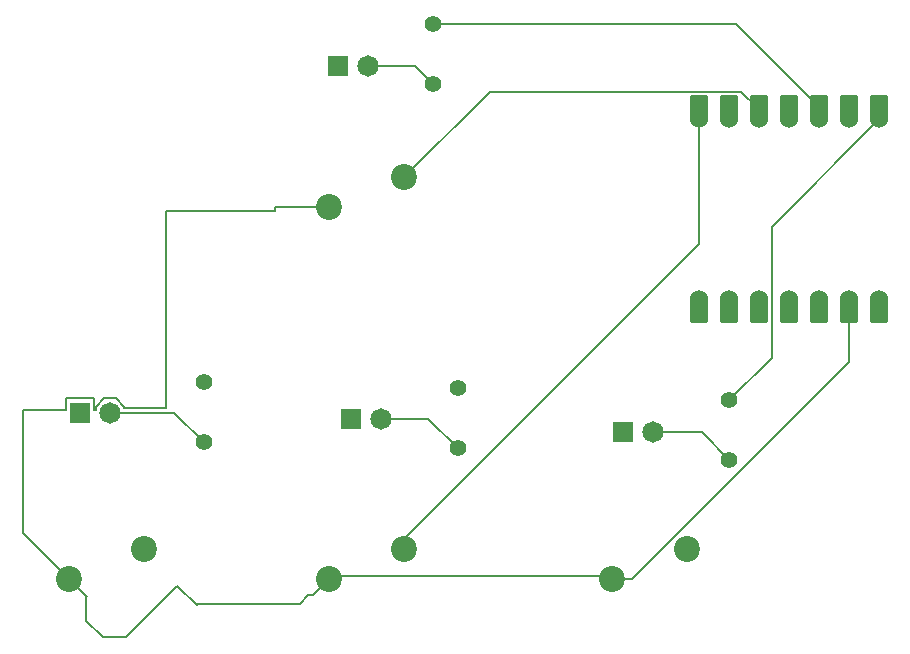
<source format=gbr>
%TF.GenerationSoftware,KiCad,Pcbnew,9.0.2*%
%TF.CreationDate,2025-07-18T16:21:06+05:30*%
%TF.ProjectId,xiao-pcb,7869616f-2d70-4636-922e-6b696361645f,rev?*%
%TF.SameCoordinates,Original*%
%TF.FileFunction,Copper,L1,Top*%
%TF.FilePolarity,Positive*%
%FSLAX46Y46*%
G04 Gerber Fmt 4.6, Leading zero omitted, Abs format (unit mm)*
G04 Created by KiCad (PCBNEW 9.0.2) date 2025-07-18 16:21:06*
%MOMM*%
%LPD*%
G01*
G04 APERTURE LIST*
G04 Aperture macros list*
%AMRoundRect*
0 Rectangle with rounded corners*
0 $1 Rounding radius*
0 $2 $3 $4 $5 $6 $7 $8 $9 X,Y pos of 4 corners*
0 Add a 4 corners polygon primitive as box body*
4,1,4,$2,$3,$4,$5,$6,$7,$8,$9,$2,$3,0*
0 Add four circle primitives for the rounded corners*
1,1,$1+$1,$2,$3*
1,1,$1+$1,$4,$5*
1,1,$1+$1,$6,$7*
1,1,$1+$1,$8,$9*
0 Add four rect primitives between the rounded corners*
20,1,$1+$1,$2,$3,$4,$5,0*
20,1,$1+$1,$4,$5,$6,$7,0*
20,1,$1+$1,$6,$7,$8,$9,0*
20,1,$1+$1,$8,$9,$2,$3,0*%
G04 Aperture macros list end*
%TA.AperFunction,ComponentPad*%
%ADD10C,2.200000*%
%TD*%
%TA.AperFunction,ComponentPad*%
%ADD11C,1.400000*%
%TD*%
%TA.AperFunction,SMDPad,CuDef*%
%ADD12RoundRect,0.152400X0.609600X-1.063600X0.609600X1.063600X-0.609600X1.063600X-0.609600X-1.063600X0*%
%TD*%
%TA.AperFunction,ComponentPad*%
%ADD13C,1.524000*%
%TD*%
%TA.AperFunction,SMDPad,CuDef*%
%ADD14RoundRect,0.152400X-0.609600X1.063600X-0.609600X-1.063600X0.609600X-1.063600X0.609600X1.063600X0*%
%TD*%
%TA.AperFunction,ComponentPad*%
%ADD15C,1.815000*%
%TD*%
%TA.AperFunction,ComponentPad*%
%ADD16R,1.815000X1.815000*%
%TD*%
%TA.AperFunction,Conductor*%
%ADD17C,0.200000*%
%TD*%
G04 APERTURE END LIST*
D10*
%TO.P,SW3,1,1*%
%TO.N,sw3*%
X87060000Y-127420000D03*
%TO.P,SW3,2,2*%
%TO.N,GND*%
X80710000Y-129960000D03*
%TD*%
%TO.P,SW2,1,1*%
%TO.N,sw2*%
X65060000Y-127420000D03*
%TO.P,SW2,2,2*%
%TO.N,GND*%
X58710000Y-129960000D03*
%TD*%
D11*
%TO.P,R1,1*%
%TO.N,Net-(D1-PadA)*%
X114615000Y-119842447D03*
%TO.P,R1,2*%
%TO.N,led1*%
X114615000Y-114762447D03*
%TD*%
D12*
%TO.P,U1,1,GPIO26/ADC0/A0*%
%TO.N,led1*%
X127300000Y-90165000D03*
D13*
X127300000Y-91000000D03*
D12*
%TO.P,U1,2,GPIO27/ADC1/A1*%
%TO.N,led2*%
X124760000Y-90165000D03*
D13*
X124760000Y-91000000D03*
D12*
%TO.P,U1,3,GPIO28/ADC2/A2*%
%TO.N,led3*%
X122220000Y-90165000D03*
D13*
X122220000Y-91000000D03*
D12*
%TO.P,U1,4,GPIO29/ADC3/A3*%
%TO.N,led4*%
X119680000Y-90165000D03*
D13*
X119680000Y-91000000D03*
D12*
%TO.P,U1,5,GPIO6/SDA*%
%TO.N,s1*%
X117140000Y-90165000D03*
D13*
X117140000Y-91000000D03*
D12*
%TO.P,U1,6,GPIO7/SCL*%
%TO.N,sw2*%
X114600000Y-90165000D03*
D13*
X114600000Y-91000000D03*
D12*
%TO.P,U1,7,GPIO0/TX*%
%TO.N,sw3*%
X112060000Y-90165000D03*
D13*
X112060000Y-91000000D03*
%TO.P,U1,8,GPIO1/RX*%
%TO.N,sw4*%
X112060000Y-106240000D03*
D14*
X112060000Y-107075000D03*
D13*
%TO.P,U1,9,GPIO2/SCK*%
%TO.N,unconnected-(U1-GPIO2{slash}SCK-Pad9)*%
X114600000Y-106240000D03*
D14*
X114600000Y-107075000D03*
D13*
%TO.P,U1,10,GPIO4/MISO*%
%TO.N,unconnected-(U1-GPIO4{slash}MISO-Pad10)*%
X117140000Y-106240000D03*
D14*
X117140000Y-107075000D03*
D13*
%TO.P,U1,11,GPIO3/MOSI*%
%TO.N,unconnected-(U1-GPIO3{slash}MOSI-Pad11)*%
X119680000Y-106240000D03*
D14*
X119680000Y-107075000D03*
D13*
%TO.P,U1,12,3V3*%
%TO.N,unconnected-(U1-3V3-Pad12)*%
X122220000Y-106240000D03*
D14*
X122220000Y-107075000D03*
D13*
%TO.P,U1,13,GND*%
%TO.N,GND*%
X124760000Y-106240000D03*
D14*
X124760000Y-107075000D03*
D13*
%TO.P,U1,14,VBUS*%
%TO.N,unconnected-(U1-VBUS-Pad14)*%
X127300000Y-106240000D03*
D14*
X127300000Y-107075000D03*
%TD*%
D11*
%TO.P,R2,1*%
%TO.N,Net-(D2-PadA)*%
X91615000Y-118842447D03*
%TO.P,R2,2*%
%TO.N,led2*%
X91615000Y-113762447D03*
%TD*%
D10*
%TO.P,SW4,1,1*%
%TO.N,sw4*%
X111060000Y-127420000D03*
%TO.P,SW4,2,2*%
%TO.N,GND*%
X104710000Y-129960000D03*
%TD*%
D11*
%TO.P,R4,1*%
%TO.N,Net-(D4-PadA)*%
X70115000Y-118342447D03*
%TO.P,R4,2*%
%TO.N,led4*%
X70115000Y-113262447D03*
%TD*%
D10*
%TO.P,SW1,1,1*%
%TO.N,s1*%
X87040000Y-95920000D03*
%TO.P,SW1,2,2*%
%TO.N,GND*%
X80690000Y-98460000D03*
%TD*%
D15*
%TO.P,D2,A*%
%TO.N,Net-(D2-PadA)*%
X85115000Y-116342447D03*
D16*
%TO.P,D2,C*%
%TO.N,unconnected-(D2-PadC)*%
X82575000Y-116342447D03*
%TD*%
D15*
%TO.P,D4,A*%
%TO.N,Net-(D4-PadA)*%
X62195000Y-115842447D03*
D16*
%TO.P,D4,C*%
%TO.N,unconnected-(D4-PadC)*%
X59655000Y-115842447D03*
%TD*%
D11*
%TO.P,R3,1*%
%TO.N,Net-(D3-PadA)*%
X89500000Y-88000000D03*
%TO.P,R3,2*%
%TO.N,led3*%
X89500000Y-82920000D03*
%TD*%
D15*
%TO.P,D3,A*%
%TO.N,Net-(D3-PadA)*%
X84000000Y-86500000D03*
D16*
%TO.P,D3,C*%
%TO.N,unconnected-(D3-PadC)*%
X81460000Y-86500000D03*
%TD*%
D15*
%TO.P,D1,A*%
%TO.N,Net-(D1-PadA)*%
X108140000Y-117500000D03*
D16*
%TO.P,D1,C*%
%TO.N,unconnected-(D1-PadC)*%
X105600000Y-117500000D03*
%TD*%
D17*
%TO.N,Net-(D1-PadA)*%
X112272553Y-117500000D02*
X114615000Y-119842447D01*
X108140000Y-117500000D02*
X112272553Y-117500000D01*
%TO.N,led1*%
X118203000Y-111174447D02*
X118203000Y-100097000D01*
X114615000Y-114762447D02*
X118203000Y-111174447D01*
X118203000Y-100097000D02*
X127300000Y-91000000D01*
%TO.N,Net-(D2-PadA)*%
X89115000Y-116342447D02*
X91615000Y-118842447D01*
X85115000Y-116342447D02*
X89115000Y-116342447D01*
%TO.N,Net-(D3-PadA)*%
X88000000Y-86500000D02*
X89500000Y-88000000D01*
X84000000Y-86500000D02*
X88000000Y-86500000D01*
%TO.N,led3*%
X122220000Y-89922370D02*
X122220000Y-91000000D01*
X115217630Y-82920000D02*
X122220000Y-89922370D01*
X89500000Y-82920000D02*
X115217630Y-82920000D01*
%TO.N,Net-(D4-PadA)*%
X67615000Y-115842447D02*
X70115000Y-118342447D01*
X62195000Y-115842447D02*
X67615000Y-115842447D01*
%TO.N,GND*%
X80640000Y-98460000D02*
X80500000Y-98600000D01*
X58710000Y-129960000D02*
X54800000Y-126050000D01*
X79371000Y-131299000D02*
X78942530Y-131299000D01*
X54800000Y-115600000D02*
X58446500Y-115600000D01*
X63403500Y-115341869D02*
X63403500Y-115441447D01*
X60169000Y-131526184D02*
X60222592Y-131472592D01*
X106340000Y-129960000D02*
X104710000Y-129960000D01*
X66900000Y-98800000D02*
X76130000Y-98800000D01*
X60986500Y-115341869D02*
X61694422Y-114633947D01*
X104710000Y-129960000D02*
X104450000Y-129700000D01*
X124760000Y-107075000D02*
X124760000Y-111540000D01*
X63493816Y-134851000D02*
X61546184Y-134851000D01*
X80970000Y-129700000D02*
X80710000Y-129960000D01*
X58446500Y-115600000D02*
X58446500Y-114633947D01*
X78239000Y-132002530D02*
X69550000Y-132002530D01*
X76130000Y-98800000D02*
X76130000Y-98460000D01*
X78942530Y-131299000D02*
X78239000Y-132002530D01*
X63403500Y-115441447D02*
X66900000Y-115441447D01*
X69550000Y-132150000D02*
X67872408Y-130472408D01*
X58446500Y-114633947D02*
X60863500Y-114633947D01*
X60863500Y-114633947D02*
X60863500Y-115600000D01*
X62695578Y-114633947D02*
X63403500Y-115341869D01*
X60986500Y-115600000D02*
X60986500Y-115341869D01*
X76130000Y-98460000D02*
X80690000Y-98460000D01*
X60863500Y-115600000D02*
X60986500Y-115600000D01*
X124760000Y-111540000D02*
X106340000Y-129960000D01*
X80710000Y-129960000D02*
X79371000Y-131299000D01*
X104450000Y-129700000D02*
X80970000Y-129700000D01*
X61694422Y-114633947D02*
X62695578Y-114633947D01*
X61546184Y-134851000D02*
X60169000Y-133473816D01*
X69550000Y-132002530D02*
X69550000Y-132150000D01*
X54800000Y-126050000D02*
X54800000Y-115600000D01*
X67872408Y-130472408D02*
X63493816Y-134851000D01*
X66900000Y-115441447D02*
X66900000Y-98800000D01*
X60222592Y-131472592D02*
X58710000Y-129960000D01*
X60169000Y-133473816D02*
X60169000Y-131526184D01*
%TO.N,s1*%
X87040000Y-95920000D02*
X94312000Y-88648000D01*
X115623000Y-88648000D02*
X117140000Y-90165000D01*
X94312000Y-88648000D02*
X115623000Y-88648000D01*
%TO.N,sw3*%
X87060000Y-126540000D02*
X87060000Y-127420000D01*
X112060000Y-91000000D02*
X112060000Y-101540000D01*
X112060000Y-101540000D02*
X87060000Y-126540000D01*
%TD*%
M02*

</source>
